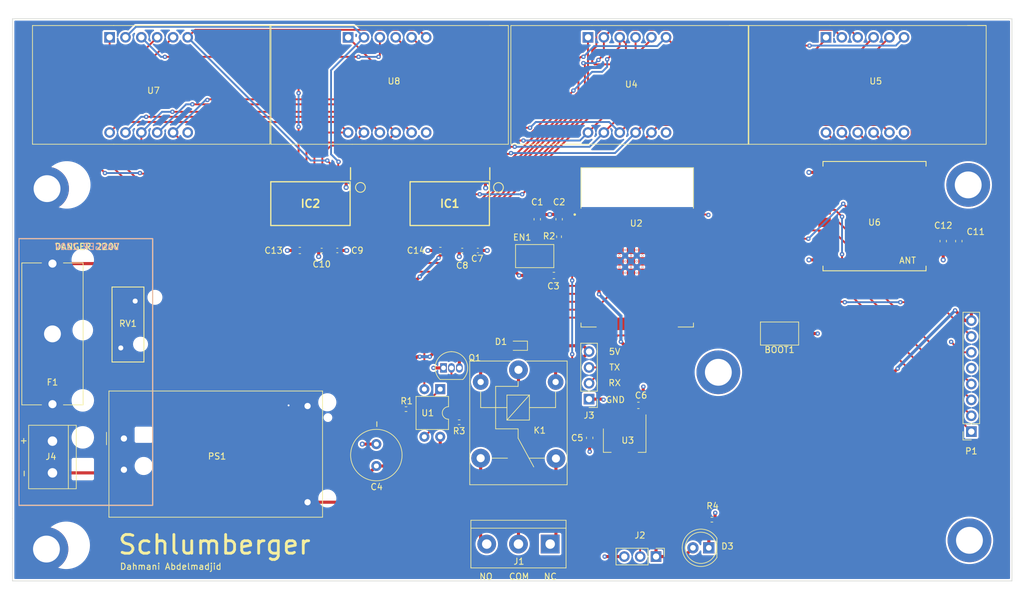
<source format=kicad_pcb>
(kicad_pcb (version 20211014) (generator pcbnew)
  (layers (0 "F.Cu" signal) (31 "B.Cu" power) (34 "B.Paste" user) (35 "F.Paste" user) (36 "B.SilkS" user "B.Silkscreen") (37 "F.SilkS" user "F.Silkscreen") (38 "B.Mask" user) (39 "F.Mask" user) (44 "Edge.Cuts" user))
  (net 0 "")
  (net 1 "GND")
  (net 2 "+3.3V")
  (net 3 "Net-(C3-Pad1)")
  (net 4 "+5V")
  (net 5 "/CLK_1")
  (net 6 "/DIO_1")
  (net 7 "/CLK_2")
  (net 8 "/DIO_2")
  (net 9 "Net-(D1-Pad2)")
  (net 10 "/Electrovalve_Pin")
  (net 11 "/PWR_LED_C")
  (net 12 "Net-(F1-Pad1)")
  (net 13 "Net-(F1-Pad2)")
  (net 14 "/SEG1_1")
  (net 15 "/SEG2_1")
  (net 16 "/SEG3_1")
  (net 17 "/SEG4_1")
  (net 18 "/SEG5_1")
  (net 19 "/SEG6_1")
  (net 20 "/SEG7_1")
  (net 21 "/SEG8_1")
  (net 22 "Net-(IC1-Pad11)")
  (net 23 "Net-(IC1-Pad13)")
  (net 24 "Net-(IC1-Pad14)")
  (net 25 "Net-(IC1-Pad15)")
  (net 28 "/SEG1_2")
  (net 29 "/SEG2_2")
  (net 30 "/SEG3_2")
  (net 31 "/SEG4_2")
  (net 32 "/SEG5_2")
  (net 33 "/SEG6_2")
  (net 34 "/SEG7_2")
  (net 35 "/SEG8_2")
  (net 36 "Net-(IC2-Pad11)")
  (net 37 "Net-(IC2-Pad13)")
  (net 38 "Net-(IC2-Pad14)")
  (net 39 "Net-(IC2-Pad15)")
  (net 42 "Net-(J1-Pad1)")
  (net 43 "Net-(J1-Pad2)")
  (net 44 "Net-(J1-Pad3)")
  (net 45 "/FlowRate_PWM")
  (net 46 "/RX0")
  (net 47 "/TX0")
  (net 48 "Net-(J4-Pad1)")
  (net 49 "/RFID_CS")
  (net 50 "/SCK")
  (net 51 "/MOSI")
  (net 52 "/MISO")
  (net 54 "/RFID_RST")
  (net 55 "Net-(PS1-Pad1)")
  (net 56 "Net-(Q1-Pad2)")
  (net 57 "Net-(R1-Pad1)")
  (net 58 "Net-(R3-Pad1)")
  (net 70 "/RA_RST")
  (net 72 "/RA_CS")
  (net 80 "/BOOT0")
  (net 85 "Net-(U4-Pad11)")
  (net 86 "Net-(U4-Pad9)")
  (net 87 "Net-(U7-Pad9)")
  (net 88 "Net-(U7-Pad11)")
  (footprint "Capacitor_SMD:C_0603_1608Metric" (layer "F.Cu") (at 144.51 69.6 90)
    (fp_text reference "C2")
    (fp_text value "0.1u")
  )
  (footprint "Capacitor_SMD:C_0603_1608Metric" (layer "F.Cu") (at 141.01 69.6 90)
    (fp_text reference "C1")
    (fp_text value "22u")
  )
  (footprint "7 segments:3 digit 7 segment" (layer "F.Cu") (at 80.52 38.59)
    (fp_text reference "U7")
    (fp_text value "3_digit_7_segment")
  )
  (footprint "Capacitor_SMD:C_0402_1005Metric" (layer "F.Cu") (at 109 74.6)
    (fp_text reference "C9")
    (fp_text value "100pf")
  )
  (footprint "Capacitor_SMD:C_0603_1608Metric" (layer "F.Cu") (at 149.4 104.6 -90)
    (fp_text reference "C5")
    (fp_text value "22u")
  )
  (footprint "Diode_SMD:D_0603_1608Metric" (layer "F.Cu") (at 137.95 89.85 180)
    (fp_text reference "D1")
    (fp_text value "D")
  )
  (footprint "Button_Switch_SMD:SW_SPST_CK_RS282G05A3" (layer "F.Cu") (at 179.8 87.9 180)
    (fp_text reference "BOOT1")
    (fp_text value "SW_Push")
  )
  (footprint "Capacitor_THT:C_Radial_D8.0mm_H11.5mm_P3.50mm" (layer "F.Cu") (at 115.25 109.1 90)
    (fp_text reference "C4")
    (fp_text value "220u")
  )
  (footprint "Resistor_SMD:R_0402_1005Metric" (layer "F.Cu") (at 168.965 117.7)
    (fp_text reference "R4")
    (fp_text value "1k")
  )
  (footprint "Capacitor_SMD:C_0603_1608Metric" (layer "F.Cu") (at 143.675 78.6 180)
    (fp_text reference "C3")
    (fp_text value "0.1u")
  )
  (footprint "MountingHole:MountingHole_4.3mm_M4_ISO14580_Pad" (layer "F.Cu") (at 62.4375 122.4)
    (fp_text reference "H4" hide)
    (fp_text value "MountingHole_Pad")
  )
  (footprint "Capacitor_SMD:C_0402_1005Metric" (layer "F.Cu") (at 106.5 74.6 180)
    (fp_text reference "C10")
    (fp_text value "100pf")
  )
  (footprint "Resistor_SMD:R_0402_1005Metric" (layer "F.Cu") (at 144.5 72.4 -90)
    (fp_text reference "R2")
    (fp_text value "10K")
  )
  (footprint "Connector_PinSocket_2.54mm:PinSocket_1x08_P2.54mm_Vertical" (layer "F.Cu") (at 210.5 103.6 180)
    (fp_text reference "P1")
    (fp_text value "RFID-RC522-MODULE")
  )
  (footprint "Capacitor_SMD:C_0402_1005Metric" (layer "F.Cu") (at 129 74.6 180)
    (fp_text reference "C8")
    (fp_text value "100pf")
  )
  (footprint "Capacitor_SMD:C_0402_1005Metric" (layer "F.Cu") (at 131.5 74.6)
    (fp_text reference "C7")
    (fp_text value "100pf")
  )
  (footprint "KiCad:SOIC127P1045X280-20N" (layer "F.Cu") (at 104.7 67.1 -90)
    (fp_text reference "IC2")
    (fp_text value "TM1637__SOP_1" hide)
  )
  (footprint "Capacitor_SMD:C_0603_1608Metric" (layer "F.Cu") (at 206 73.1 -90)
    (fp_text reference "C12")
    (fp_text value "0.1u")
  )
  (footprint "Capacitor_SMD:C_0603_1608Metric" (layer "F.Cu") (at 157.2 99.4)
    (fp_text reference "C6")
    (fp_text value "22u")
  )
  (footprint "MountingHole:MountingHole_4.3mm_M4_ISO14580_Pad" (layer "F.Cu") (at 170 94.1)
    (fp_text reference "H1" hide)
    (fp_text value "MountingHole_Pad")
  )
  (footprint "7 segments:3 digit 7 segment" (layer "F.Cu") (at 195.2 38.595)
    (fp_text reference "U5")
    (fp_text value "3_digit_7_segment")
  )
  (footprint "Capacitor_SMD:C_0603_1608Metric" (layer "F.Cu") (at 103 74.6 180)
    (fp_text reference "C13")
    (fp_text value "22u")
  )
  (footprint "LED_THT:LED_D5.0mm" (layer "F.Cu") (at 168.475 122.2 180)
    (fp_text reference "D3")
    (fp_text value "RED")
  )
  (footprint "Converter_ACDC:Converter_ACDC_HiLink_HLK-PMxx" (layer "F.Cu") (at 74.8375 104.7)
    (fp_text reference "PS1")
    (fp_text value "HLK-PM01")
  )
  (footprint "Package_TO_SOT_THT:TO-92_Inline" (layer "F.Cu") (at 126 93.4)
    (fp_text reference "Q1")
    (fp_text value "2N3904")
  )
  (footprint "TerminalBlock:TerminalBlock_bornier-2_P5.08mm" (layer "F.Cu") (at 63.4 110.2 90)
    (fp_text reference "J4")
    (fp_text value "Screw_Terminal_01x02")
  )
  (footprint "Button_Switch_SMD:SW_SPST_CK_RS282G05A3" (layer "F.Cu") (at 140.6 75.5)
    (fp_text reference "EN1")
    (fp_text value "SW_Push")
  )
  (footprint "MountingHole:MountingHole_4.3mm_M4_ISO14580_Pad" (layer "F.Cu") (at 210 64.1)
    (fp_text reference "H2" hide)
    (fp_text value "MountingHole_Pad")
  )
  (footprint "Connector_PinHeader_2.54mm:PinHeader_1x03_P2.54mm_Vertical" (layer "F.Cu") (at 160.025 123.6 -90)
    (fp_text reference "J2")
    (fp_text value "Conn_01x03_Male")
  )
  (footprint "7 segments:3 digit 7 segment" (layer "F.Cu") (at 118.7 38.595)
    (fp_text reference "U8")
    (fp_text value "3_digit_7_segment")
  )
  (footprint "KiCad:SOIC127P1045X280-20N" (layer "F.Cu") (at 127 67.1 -90)
    (fp_text reference "IC1")
    (fp_text value "TM1637__SOP_1" hide)
  )
  (footprint "Package_DIP:DIP-4_W7.62mm" (layer "F.Cu") (at 125.475 96.8 -90)
    (fp_text reference "U1")
    (fp_text value "Optocoupler")
  )
  (footprint "Resistor_SMD:R_0402_1005Metric" (layer "F.Cu") (at 128.51 102.1)
    (fp_text reference "R3")
    (fp_text value "1K")
  )
  (footprint "7 segments:3 digit 7 segment" (layer "F.Cu") (at 157.1 38.595)
    (fp_text reference "U4")
    (fp_text value "3_digit_7_segment")
  )
  (footprint "TerminalBlock:TerminalBlock_bornier-3_P5.08mm" (layer "F.Cu") (at 143.08 121.6 180)
    (fp_text reference "J1")
    (fp_text value "Screw_Terminal_01x03")
  )
  (footprint "RF_Module:Ai-Thinker-Ra-01-LoRa" (layer "F.Cu") (at 195 69.1 180)
    (fp_text reference "U6")
    (fp_text value "Ai-Thinker-Ra-02")
  )
  (footprint "Resistor_SMD:R_0402_1005Metric" (layer "F.Cu") (at 120 100 180)
    (fp_text reference "R1")
    (fp_text value "1K")
  )
  (footprint "Package_TO_SOT_SMD:SOT-223-3_TabPin2" (layer "F.Cu") (at 155 105 -90)
    (fp_text reference "U3")
    (fp_text value "AMS1117-3.3")
  )
  (footprint "MountingHole:MountingHole_4.3mm_M4_ISO14580_Pad" (layer "F.Cu") (at 62.5325 64.7)
    (fp_text reference "H5" hide)
    (fp_text value "MountingHole_Pad")
  )
  (footprint "MountingHole:MountingHole_4.3mm_M4_ISO14580_Pad" (layer "F.Cu") (at 210.2 121)
    (fp_text reference "H3" hide)
    (fp_text value "MountingHole_Pad")
  )
  (footprint "Varistor:RV_Disc_D12mm_W5.1mm_P7.5mm" (layer "F.Cu") (at 74.3375 90.2 90)
    (fp_text reference "RV1")
    (fp_text value "Varistor")
  )
  (footprint "Capacitor_SMD:C_0603_1608Metric" (layer "F.Cu") (at 125.5 74.6 180)
    (fp_text reference "C14")
    (fp_text value "22u")
  )
  (footprint "Connector_PinHeader_2.54mm:PinHeader_1x04_P2.54mm_Vertical" (layer "F.Cu") (at 149.3 98.4 180)
    (fp_text reference "J3")
    (fp_text value "UART0_CONN")
  )
  (footprint "Relay_THT:Relay_SPDT_SANYOU_SRD_Series_Form_C" (layer "F.Cu") (at 138 93.7 -90)
    (fp_text reference "K1")
    (fp_text value "SANYOU_SRD_Form_C")
  )
  (footprint "Capacitor_SMD:C_0603_1608Metric" (layer "F.Cu") (at 208.5 73.1 -90)
    (fp_text reference "C11")
    (fp_text value "22u")
  )
  (footprint "ESP32-WROOM-32:MODULE_ESP32-WROOM-32" (layer "F.Cu") (at 157.01 74.1)
    (fp_text reference "U2")
    (fp_text value "ESP32-WROOM-32")
  )
  (footprint "Fuse:Fuseholder_Cylinder-5x20mm_Schurter_0031_8201_Horizontal_Open" (layer "F.Cu") (at 63.4 99.2 90)
    (fp_text reference "F1")
    (fp_text value "Fuse")
  )
  (gr_rect (start 58.0375 72.7) (end 79.4375 115.4) (layer "B.SilkS") (width 0.15) (fill none))
  (gr_circle (center 112.7 64.5) (end 113.2 65.1) (layer "F.SilkS") (width 0.15) (fill none))
  (gr_circle (center 134.8 64.518976) (end 135.3 65.118976) (layer "F.SilkS") (width 0.15) (fill none))
  (gr_rect (start 58.0375 72.7) (end 79.4375 115.4) (layer "F.SilkS") (width 0.15) (fill none))
  (gr_rect (start 58.0375 72.7) (end 79.4375 115.4) (layer "F.SilkS") (width 0.15) (fill none))
  (gr_line (start 217 117.5) (end 217 127.5) (layer "Edge.Cuts") (width 0.1))
  (gr_line (start 217 37.5) (end 217 117.5) (layer "Edge.Cuts") (width 0.1))
  (gr_line (start 57 37.5) (end 57 117.5) (layer "Edge.Cuts") (width 0.1))
  (gr_line (start 217 37.5) (end 57 37.5) (layer "Edge.Cuts") (width 0.1))
  (gr_line (start 57 127.5) (end 57 117.5) (layer "Edge.Cuts") (width 0.1))
  (gr_line (start 217 127.5) (end 57 127.5) (layer "Edge.Cuts") (width 0.1))
  (gr_text "DANGER 220V" (at 68.9375 74) (layer "B.SilkS") (effects (font (size 1 1)) (justify mirror)))
  (gr_text "NO\n" (at 132.8 126.8) (layer "F.SilkS") (effects (font (size 1 1))))
  (gr_text "Dahmani Abdelmadjid" (at 82.3375 125.2) (layer "F.SilkS") (effects (font (size 1 1))))
  (gr_text "-\n" (at 58.8 110.3 90) (layer "F.SilkS") (effects (font (size 1 1))))
  (gr_text "DANGER 220V" (at 68.9375 74) (layer "F.SilkS") (effects (font (size 1 1))))
  (gr_text "NC\n" (at 143.1 126.8) (layer "F.SilkS") (effects (font (size 1 1))))
  (gr_text "ANT\n" (at 200.3 76.2) (layer "F.SilkS") (effects (font (size 1 1))))
  (gr_text "COM" (at 138.1 126.8) (layer "F.SilkS") (effects (font (size 1 1))))
  (gr_text "Schlumberger" (at 89.3375 121.7) (layer "F.SilkS") (effects (font (size 3 3) (thickness 0.45))))
  (gr_text "5V" (at 153.4 90.8) (layer "F.SilkS") (effects (font (size 1 1))))
  (gr_text "RX" (at 153.4 95.8) (layer "F.SilkS") (effects (font (size 1 1))))
  (gr_text "-\n" (at 115.4 102.4 270) (layer "F.SilkS") (effects (font (size 1 1))))
  (gr_text "+" (at 58.8 105) (layer "F.SilkS") (effects (font (size 1 1))))
  (gr_text "DANGER 220V" (at 68.9375 74) (layer "F.SilkS") (effects (font (size 1 1))))
  (gr_text "TX" (at 153.4 93.3) (layer "F.SilkS") (effects (font (size 1 1))))
  (gr_text "GND" (at 153.5 98.5) (layer "F.SilkS") (effects (font (size 1 1))))
  (segment (start 101.3 99.5) (end 101.2 99.4) (width 0.5) (layer "F.Cu") (net 1))
  (segment (start 136.7 77.2) (end 138.1 78.6) (width 0.5) (layer "F.Cu") (net 1))
  (segment (start 169.475 117.7) (end 169.475 116.625) (width 0.5) (layer "F.Cu") (net 1))
  (segment (start 157.975 96.425) (end 158 96.4) (width 0.5) (layer "F.Cu") (net 1))
  (segment (start 143.01 68.85) (end 141.035 68.85) (width 0.5) (layer "F.Cu") (net 1))
  (segment (start 143.035 68.825) (end 143.01 68.85) (width 0.5) (layer "F.Cu") (net 1))
  (segment (start 208.934 90.9) (end 207.264 89.23) (width 0.3) (layer "F.Cu") (net 1))
  (segment (start 165.51 68.84) (end 168.332 68.84) (width 0.3) (layer "F.Cu") (net 1))
  (segment (start 131.98 74.6) (end 133 74.6) (width 0.5) (layer "F.Cu") (net 1))
  (segment (start 149.3 98.4) (end 151.532 98.4) (width 0.5) (layer "F.Cu") (net 1))
  (segment (start 106.02 74.6) (end 106.02 75.58) (width 0.5) (layer "F.Cu") (net 1))
  (segment (start 102.225 74.6) (end 101 74.6) (width 0.5) (layer "F.Cu") (net 1))
  (segment (start 168.332 68.84) (end 168.402 68.91) (width 0.3) (layer "F.Cu") (net 1))
  (segment (start 206 73.875) (end 203.225 73.875) (width 0.5) (layer "F.Cu") (net 1))
  (segment (start 104.2375 99.5) (end 101.3 99.5) (width 0.5) (layer "F.Cu") (net 1))
  (segment (start 132.715 64.565) (end 132.75 64.6) (width 0.5) (layer "F.Cu") (net 1))
  (segment (start 128.5 75.6) (end 128.52 75.58) (width 0.5) (layer "F.Cu") (net 1))
  (segment (start 124.725 74.6) (end 123.5 74.6) (width 0.5) (layer "F.Cu") (net 1))
  (segment (start 128.52 74.6) (end 128.52 75.58) (width 0.5) (layer "F.Cu") (net 1))
  (segment (start 110.5 64.6) (end 110.415 64.515) (width 0.5) (layer "F.Cu") (net 1))
  (segment (start 157.975 101.175) (end 157.3 101.85) (width 0.5) (layer "F.Cu") (net 1))
  (segment (start 136.7 75.5) (end 136.7 77.2) (width 0.5) (layer "F.Cu") (net 1))
  (segment (start 148.51 68.84) (end 144.525 68.84) (width 0.5) (layer "F.Cu") (net 1))
  (segment (start 183.7 87.9) (end 185.9 87.9) (width 0.5) (layer "F.Cu") (net 1))
  (segment (start 115.25 105.6) (end 113 105.6) (width 0.5) (layer "F.Cu") (net 1))
  (segment (start 126 93.4) (end 124.4 93.4) (width 0.5) (layer "F.Cu") (net 1))
  (segment (start 144.51 68.825) (end 143.035 68.825) (width 0.5) (layer "F.Cu") (net 1))
  (segment (start 206 73.875) (end 206 76.1) (width 0.5) (layer "F.Cu") (net 1))
  (segment (start 157.975 99.4) (end 157.975 101.175) (width 0.5) (layer "F.Cu") (net 1))
  (segment (start 157.975 99.4) (end 157.975 96.425) (width 0.5) (layer "F.Cu") (net 1))
  (segment (start 110.415 62.3) (end 110.415 64.515) (width 0.5) (layer "F.Cu") (net 1))
  (segment (start 169.475 116.625) (end 169.5 116.6) (width 0.5) (layer "F.Cu") (net 1))
  (segment (start 187 76.1) (end 184.5 76.1) (width 0.5) (layer "F.Cu") (net 1))
  (segment (start 210.5 90.9) (end 208.934 90.9) (width 0.3) (layer "F.Cu") (net 1))
  (segment (start 144.525 68.84) (end 144.51 68.825) (width 0.5) (layer "F.Cu") (net 1))
  (segment (start 109.48 74.6) (end 110.5 74.6) (width 0.5) (layer "F.Cu") (net 1))
  (segment (start 151.532 98.4) (end 151.616 98.484) (width 0.5) (layer "F.Cu") (net 1))
  (segment (start 151.6 98.5) (end 151.616 98.484) (width 0.5) (layer "F.Cu") (net 1))
  (segment (start 154.945 123.6) (end 151.8 123.6) (width 0.5) (layer "F.Cu") (net 1))
  (segment (start 141.035 68.85) (end 141.01 68.825) (width 0.5) (layer "F.Cu") (net 1))
  (segment (start 203.225 73.875) (end 203 74.1) (width 0.5) (layer "F.Cu") (net 1))
  (segment (start 206 73.875) (end 208.5 73.875) (width 0.5) (layer "F.Cu") (net 1))
  (segment (start 106 75.6) (end 106.02 75.58) (width 0.5) (layer "F.Cu") (net 1))
  (segment (start 132.715 62.3) (end 132.715 64.565) (width 0.5) (layer "F.Cu") (net 1))
  (segment (start 187 62.1) (end 184.5 62.1) (width 0.5) (layer "F.Cu") (net 1))
  (segment (start 149.4 105.375) (end 149.4 106.8) (width 0.5) (layer "F.Cu") (net 1))
  (segment (start 142.9 78.6) (end 138.1 78.6) (width 0.5) (layer "F.Cu") (net 1))
  (via (at 206 76.1) (size 0.8) (drill 0.4) (layers "F.Cu" "B.Cu") (net 1))
  (via (at 138.1 78.6) (size 0.7) (drill 0.3) (layers "F.Cu" "B.Cu") (net 1))
  (via (at 128.52 75.58) (size 0.8) (drill 0.4) (layers "F.Cu" "B.Cu") (net 1))
  (via (at 158 96.4) (size 0.7) (drill 0.3) (layers "F.Cu" "B.Cu") (net 1))
  (via (at 101.2 99.4) (size 0.7) (drill 0.3) (layers "F.Cu" "B.Cu") (net 1))
  (via (at 124.4 93.4) (size 0.7) (drill 0.3) (layers "F.Cu" "B.Cu") (net 1))
  (via (at 123.5 74.6) (size 0.8) (drill 0.4) (layers "F.Cu" "B.Cu") (net 1))
  (via (at 133 74.6) (size 0.8) (drill 0.4) (layers "F.Cu" "B.Cu") (net 1))
  (via (at 151.616 98.484) (size 0.7) (drill 0.3) (layers "F.Cu" "B.Cu") (net 1))
  (via (at 185.9 87.9) (size 0.7) (drill 0.3) (layers "F.Cu" "B.Cu") (net 1))
  (via (at 168.402 68.91) (size 0.7) (drill 0.3) (layers "F.Cu" "B.Cu") (net 1))
  (via (at 184.5 76.1) (size 0.8) (drill 0.4) (layers "F.Cu" "B.Cu") (net 1))
  (via (at 149.4 106.8) (size 0.7) (drill 0.3) (layers "F.Cu" "B.Cu") (net 1))
  (via (at 184.5 62.1) (size 0.8) (drill 0.4) (layers "F.Cu" "B.Cu") (net 1))
  (via (at 143.01 68.85) (size 0.8) (drill 0.4) (layers "F.Cu" "B.Cu") (net 1))
  (via (at 106.02 75.58) (size 0.8) (drill 0.4) (layers "F.Cu" "B.Cu") (net 1))
  (via (at 101 74.6) (size 0.8) (drill 0.4) (layers "F.Cu" "B.Cu") (net 1))
  (via (at 110.415 64.515) (size 0.8) (drill 0.4) (layers "F.Cu" "B.Cu") (net 1))
  (via (at 110.5 74.6) (size 0.8) (drill 0.4) (layers "F.Cu" "B.Cu") (net 1))
  (via (at 151.8 123.6) (size 0.7) (drill 0.3) (layers "F.Cu" "B.Cu") (net 1))
  (via (at 113 105.6) (size 0.8) (drill 0.4) (layers "F.Cu" "B.Cu") (net 1))
  (via (at 132.75 64.6) (size 0.8) (drill 0.4) (layers "F.Cu" "B.Cu") (net 1))
  (via (at 207.264 89.23) (size 0.7) (drill 0.3) (layers "F.Cu" "B.Cu") (net 1))
  (via (at 169.5 116.6) (size 0.7) (drill 0.3) (layers "F.Cu" "B.Cu") (net 1))
  (segment (start 148.51 70.11) (end 149.59 70.11) (width 0.5) (layer "F.Cu") (net 2))
  (segment (start 198.7 93.5) (end 189.7 102.5) (width 0.5) (layer "F.Cu") (net 2))
  (segment (start 206 72.325) (end 208.5 72.325) (width 0.5) (layer "F.Cu") (net 2))
  (segment (start 164.535 123.6) (end 165.935 122.2) (width 0.5) (layer "F.Cu") (net 2))
  (segment (start 144.51 70.375) (end 148.245 70.375) (width 0.5) (layer "F.Cu") (net 2))
  (segment (start 156.7 108.15) (end 160.025 104.825) (width 0.5) (layer "F.Cu") (net 2))
  (segment (start 206 72.325) (end 203.225 72.325) (width 0.5) (layer "F.Cu") (net 2))
  (segment (start 149.59 70.11) (end 150.9 71.42) (width 0.5) (layer "F.Cu") (net 2))
  (segment (start 210.5 73.7) (end 209.125 72.325) (width 0.5) (layer "F.Cu") (net 2))
  (segment (start 150.9 71.8) (end 150.9 81.6) (width 0.5) (layer "F.Cu") (net 2))
  (segment (start 148.245 70.375) (end 148.51 70.11) (width 0.5) (layer "F.Cu") (net 2))
  (segment (start 144.51 70.375) (end 144.51 71.88) (width 0.5) (layer "F.Cu") (net 2))
  (segment (start 203.225 72.325) (end 203 72.1) (width 0.5) (layer "F.Cu") (net 2))
  (segment (start 155 108.15) (end 156.7 108.15) (width 0.5) (layer "F.Cu") (net 2))
  (segment (start 209.52 85.82) (end 207.9 84.2) (width 0.5) (layer "F.Cu") (net 2))
  (segment (start 150.9 71.42) (end 150.9 71.8) (width 0.5) (layer "F.Cu") (net 2))
  (segment (start 160.025 104.825) (end 160.025 123.6) (width 0.5) (layer "F.Cu") (net 2))
  (segment (start 167.7 102.5) (end 160.025 94.825) (width 0.5) (layer "F.Cu") (net 2))
  (segment (start 154.4 89.2) (end 160.025 94.825) (width 0.5) (layer "F.Cu") (net 2))
  (segment (start 210.5 85.82) (end 210.5 73.7) (width 0.5) (layer "F.Cu") (net 2))
  (segment (start 155 100.825) (end 155 101.85) (width 0.5) (layer "F.Cu") (net 2))
  (segment (start 156.425 99.4) (end 155 100.825) (width 0.5) (layer "F.Cu") (net 2))
  (segment (start 160.025 123.6) (end 164.535 123.6) (width 0.5) (layer "F.Cu") (net 2))
  (segment (start 209.125 72.325) (end 208.5 72.325) (width 0.5) (layer "F.Cu") (net 2))
  (segment (start 160.025 94.825) (end 160.025 104.825) (width 0.5) (layer "F.Cu") (net 2))
  (segment (start 210.5 85.82) (end 209.52 85.82) (width 0.5) (layer "F.Cu") (net 2))
  (segment (start 144.51 70.375) (end 141.01 70.375) (width 0.5) (layer "F.Cu") (net 2))
  (segment (start 189.7 102.5) (end 167.7 102.5) (width 0.5) (layer "F.Cu") (net 2))
  (segment (start 144.51 71.88) (end 144.5 71.89) (width 0.5) (layer "F.Cu") (net 2))
  (via (at 207.9 84.2) (size 0.7) (drill 0.3) (layers "F.Cu" "B.Cu") (net 2))
  (via (at 198.7 93.5) (size 0.7) (drill 0.3) (layers "F.Cu" "B.Cu") (net 2))
  (via (at 150.9 81.6) (size 0.7) (drill 0.3) (layers "F.Cu" "B.Cu") (net 2))
  (via (at 154.4 89.2) (size 0.7) (drill 0.3) (layers "F.Cu" "B.Cu") (net 2))
  (segment (start 198.7 93.4) (end 198.7 93.5) (width 0.5) (layer "B.Cu") (net 2))
  (segment (start 154.4 85.1) (end 154.4 89.2) (width 0.5) (layer "B.Cu") (net 2))
  (segment (start 150.9 81.6) (end 154.4 85.1) (width 0.5) (layer "B.Cu") (net 2))
  (segment (start 207.9 84.2) (end 198.7 93.4) (width 0.5) (layer "B.Cu") (net 2))
  (segment (start 144.5 78.55) (end 144.45 78.6) (width 0.3) (layer "F.Cu") (net 3))
  (segment (start 144.5 75.5) (end 144.5 78.55) (width 0.3) (layer "F.Cu") (net 3))
  (segment (start 148.51 71.38) (end 146.92 71.38) (width 0.3) (layer "F.Cu") (net 3))
  (segment (start 146.92 71.38) (end 145.39 72.91) (width 0.3) (layer "F.Cu") (net 3))
  (segment (start 144.5 72.91) (end 144.5 75.5) (width 0.3) (layer "F.Cu") (net 3))
  (segment (start 145.39 72.91) (end 144.5 72.91) (width 0.3) (layer "F.Cu") (net 3))
  (segment (start 105.335 73.04) (end 105.335 71.9) (width 0.5) (layer "F.Cu") (net 4))
  (segment (start 147.607501 99.592499) (end 149.865002 101.85) (width 0.5) (layer "F.Cu") (net 4))
  (segment (start 118.3 108.3) (end 117.5 109.1) (width 0.5) (layer "F.Cu") (net 4))
  (segment (start 126.275 74.6) (end 127.635 73.24) (width 0.5) (layer "F.Cu") (net 4))
  (segment (start 104.2375 114.9) (end 109.45 114.9) (width 0.5) (layer "F.Cu") (net 4))
  (segment (start 121.8 91.6) (end 122.2 91.6) (width 0.5) (layer "F.Cu") (net 4))
  (segment (start 120.7 81.1) (end 120.7 80.3) (width 0.5) (layer "F.Cu") (net 4))
  (segment (start 127.635 73.24) (end 127.635 71.9) (width 0.5) (layer "F.Cu") (net 4))
  (segment (start 147.435003 92.644997) (end 147.435003 99.420001) (width 0.5) (layer "F.Cu") (net 4))
  (segment (start 115.25 109.1) (end 117.5 109.1) (width 0.5) (layer "F.Cu") (net 4))
  (segment (start 120.7 81.1) (end 118.6 79) (width 0.5) (layer "F.Cu") (net 4))
  (segment (start 118.3 95) (end 118.4 95) (width 0.5) (layer "F.Cu") (net 4))
  (segment (start 119.465 99.975) (end 119.49 100) (width 0.5) (layer "F.Cu") (net 4))
  (segment (start 118.3 100.1) (end 118.3 108.3) (width 0.5) (layer "F.Cu") (net 4))
  (segment (start 149.3 90.78) (end 147.435003 92.644997) (width 0.5) (layer "F.Cu") (net 4))
  (segment (start 123.8 91.6) (end 127.8625 87.5375) (width 0.5) (layer "F.Cu") (net 4))
  (segment (start 118.4 95) (end 120.7 92.7) (width 0.5) (layer "F.Cu") (net 4))
  (segment (start 127.8625 87.5375) (end 138.7375 87.5375) (width 0.5) (layer "F.Cu") (net 4))
  (segment (start 122 109.1) (end 125.475 105.625) (width 0.5) (layer "F.Cu") (net 4))
  (segment (start 149.4 101.384998) (end 149.4 103.825) (width 0.5) (layer "F.Cu") (net 4))
  (segment (start 103.775 74.6) (end 105.335 73.04) (width 0.5) (layer "F.Cu") (net 4))
  (segment (start 143.25 89.85) (end 138.7375 89.85) (width 0.5) (layer "F.Cu") (net 4))
  (segment (start 147.607501 99.592499) (end 149.4 101.384998) (width 0.5) (layer "F.Cu") (net 4))
  (segment (start 118.6 79) (end 106.6 79) (width 0.5) (layer "F.Cu") (net 4))
  (segment (start 103.775 76.175) (end 103.775 74.6) (width 0.5) (layer "F.Cu") (net 4))
  (segment (start 143.95 90.55) (end 143.25 89.85) (width 0.5) (layer "F.Cu") (net 4))
  (segment (start 118.3 95) (end 118.3 100.1) (width 0.5) (layer "F.Cu") (net 4))
  (segment (start 119.49 100) (end 118.4 100) (width 0.3) (layer "F.Cu") (net 4))
  (segment (start 106.6 79) (end 103.775 76.175) (width 0.5) (layer "F.Cu") (net 4))
  (segment (start 143.25 89.85) (end 148.37 89.85) (width 0.5) (layer "F.Cu") (net 4))
  (segment (start 143.95 95.65) (end 143.95 90.55) (width 0.5) (layer "F.Cu") (net 4))
  (segment (start 125.475 105.625) (end 125.475 104.42) (width 0.5) (layer "F.Cu") (net 4))
  (segment (start 120.7 80.3) (end 122.2 78.8) (width 0.5) (layer "F.Cu") (net 4))
  (segment (start 120.7 92.7) (end 121.8 91.6) (width 0.5) (layer "F.Cu") (net 4))
  (segment (start 125.2 75.8) (end 125.2 75.675) (width 0.5) (layer "F.Cu") (net 4))
  (segment (start 147.435003 99.420001) (end 147.607501 99.592499) (width 0.5) (layer "F.Cu") (net 4))
  (segment (start 117.5 109.1) (end 122 109.1) (width 0.5) (layer "F.Cu") (net 4))
  (segment (start 120.7 92.7) (end 120.7 81.1) (width 0.5) (layer "F.Cu") (net 4))
  (segment (start 149.865002 101.85) (end 152.7 101.85) (width 0.5) (layer "F.Cu") (net 4))
  (segment (start 118.3 96.075) (end 118.3 95) (width 0.3) (layer "F.Cu") (net 4))
  (segment (start 118.4 100) (end 118.3 100.1) (width 0.3) (layer "F.Cu") (net 4))
  (segment (start 138.7375 89.85) (end 138.7375 87.5375) (width 0.5) (layer "F.Cu") (net 4))
  (segment (start 125.2 75.675) (end 126.275 74.6) (width 0.5) (layer "F.Cu") (net 4))
  (segment (start 148.37 89.85) (end 149.3 90.78) (width 0.5) (layer "F.Cu") (net 4))
  (segment (start 109.45 114.9) (end 115.25 109.1) (width 0.5) (layer "F.Cu") (net 4))
  (via (at 122.2 91.6) (size 0.7) (drill 0.3) (layers "F.Cu" "B.Cu") (net 4))
  (via (at 123.8 91.6) (size 0.7) (drill 0.3) (layers "F.Cu" "B.Cu") (net 4))
  (via (at 122.2 78.8) (size 0.7) (drill 0.3) (layers "F.Cu" "B.Cu") (net 4))
  (via (at 125.2 75.8) (size 0.7) (drill 0.3) (layers "F.Cu" "B.Cu") (net 4))
  (segment (start 122.2 78.8) (end 125.2 75.8) (width 0.5) (layer "B.Cu") (net 4))
  (segment (start 122.2 91.6) (end 123.8 91.6) (width 0.5) (layer "B.Cu") (net 4))
  (segment (start 148.51 80.27) (end 148.54 80.27) (width 0.3) (layer "F.Cu") (net 5))
  (segment (start 130.175 73.755) (end 130.175 71.9) (width 0.3) (layer "F.Cu") (net 5))
  (segment (start 131.02 74.6) (end 131.02 74.642965) (width 0.3) (layer "F.Cu") (net 5))
  (segment (start 131.02 74.6) (end 130.175 73.755) (width 0.3) (layer "F.Cu") (net 5))
  (segment (start 136.647035 80.27) (end 148.51 80.27) (width 0.3) (layer "F.Cu") (net 5))
  (segment (start 148.54 80.27) (end 148.61 80.2) (width 0.3) (layer "F.Cu") (net 5))
  (segment (start 131.02 74.642965) (end 136.647035 80.27) (width 0.3) (layer "F.Cu") (net 5))
  (segment (start 128.905 71.9) (end 128.905 73.15) (width 0.3) (layer "F.Cu") (net 6))
  (segment (start 129.48 73.725) (end 129.48 74.6) (width 0.3) (layer "F.Cu") (net 6))
  (segment (start 128.905 73.15) (end 129.48 73.725) (width 0.3) (layer "F.Cu") (net 6))
  (segment (start 136.42 81.54) (end 148.51 81.54) (width 0.3) (layer "F.Cu") (net 6))
  (segment (start 136.42 81.54) (end 129.48 74.6) (width 0.3) (layer "F.Cu") (net 6))
  (segment (start 107.875 73.955) (end 107.875 71.9) (width 0.3) (layer "F.Cu") (net 7))
  (segment (start 108.52 74.92) (end 108.52 74.6) (width 0.3) (layer "F.Cu") (net 7))
  (segment (start 108.52 74.6) (end 107.875 73.955) (width 0.3) (layer "F.Cu") (net 7))
  (segment (start 135.61 82.81) (end 129.4 76.6) (width 0.3) (layer "F.Cu") (net 7))
  (segment (start 135.61 82.81) (end 148.51 82.81) (width 0.3) (layer "F.Cu") (net 7))
  (segment (start 110.2 76.6) (end 108.52 74.92) (width 0.3) (layer "F.Cu") (net 7))
  (segment (start 129.4 76.6) (end 110.2 76.6) (width 0.3) (layer "F.Cu") (net 7))
  (segment (start 106.605 71.9) (end 106.605 73.205) (width 0.3) (layer "F.Cu") (net 8))
  (segment (start 148.51 84.08) (end 148.51 84.1) (width 0.3) (layer "F.Cu") (net 8))
  (segment (start 106.605 73.205) (end 107 73.6) (width 0.3) (layer "F.Cu") (net 8))
  (segment (start 148.51 84.1) (end 148.41 84.2) (width 0.3) (layer "F.Cu") (net 8))
  (segment (start 110.4 78) (end 128.4 78) (width 0.3) (layer "F.Cu") (net 8))
  (segment (start 134.48 84.08) (end 148.51 84.08) (width 0.3) (layer "F.Cu") (net 8))
  (segment (start 106.98 74.6) (end 107 74.6) (width 0.3) (layer "F.Cu") (net 8))
  (segment (start 128.4 78) (end 134.48 84.08) (width 0.3) (layer "F.Cu") (net 8))
  (segment (start 107 74.6) (end 110.4 78) (width 0.3) (layer "F.Cu") (net 8))
  (segment (start 107 73.6) (end 107 74.58) (width 0.3) (layer "F.Cu") (net 8))
  (segment (start 107 74.58) (end 106.98 74.6) (width 0.3) (layer "F.Cu") (net 8))
  (segment (start 131.95 95.65) (end 131.95 90.05) (width 0.5) (layer "F.Cu") (net 9))
  (segment (start 137.1125 89.8) (end 137.1625 89.85) (width 0.5) (layer "F.Cu") (net 9))
  (segment (start 130.4 89.8) (end 132.2 89.8) (width 0.5) (layer "F.Cu") (net 9))
  (segment (start 132.2 89.8) (end 137.1125 89.8) (width 0.5) (layer "F.Cu") (net 9))
  (segment (start 128.54 93.4) (end 128.54 91.66) (width 0.5) (layer "F.Cu") (net 9))
  (segment (start 128.54 91.66) (end 130.4 89.8) (width 0.5) (layer "F.Cu") (net 9))
  (segment (start 131.95 90.05) (end 132.2 89.8) (width 0.5) (layer "F.Cu") (net 9))
  (segment (start 148.51 85.35) (end 148.46 85.35) (width 0.3) (layer "F.Cu") (net 10))
  (segment (start 122.935 87.465) (end 125.05 85.35) (width 0.3) (layer "F.Cu") (net 10))
  (segment (start 148.51 85.35) (end 125.05 85.35) (width 0.3) (layer "F.Cu") (net 10))
  (segment (start 148.46 85.35) (end 148.41 85.4) (width 0.3) (layer "F.Cu") (net 10))
  (segment (start 122.935 96.8) (end 122.935 87.465) (width 0.3) (layer "F.Cu") (net 10))
  (segment (start 168.475 122.2) (end 168.475 117.72) (width 0.5) (layer "F.Cu") (net 11))
  (segment (start 168.475 117.72) (end 168.455 117.7) (width 0.5) (layer "F.Cu") (net 11))
  (segment (start 63.4 99.2) (end 63.4 105.12) (width 0.5) (layer "F.Cu") (net 12))
  (segment (start 63.4 76.7) (end 70.6375 76.7) (width 0.5) (layer "F.Cu") (net 13))
  (segment (start 70.6375 76.7) (end 76.6375 82.7) (width 0.5) (layer "F.Cu") (net 13))
  (segment (start 148.63 44.6) (end 148.4 44.6) (width 0.3) (layer "F.Cu") (net 14))
  (segment (start 151.67 40.475) (end 152.87 39.275) (width 0.3) (layer "F.Cu") (net 14))
  (segment (start 131.445 62.3) (end 131.445 62.355) (width 0.5) (layer "F.Cu") (net 14))
  (segment (start 131.445 62.355) (end 131.4 62.4) (width 0.5) (layer "F.Cu") (net 14))
  (segment (start 148.63 49.122894) (end 148.63 44.6) (width 0.3) (layer "F.Cu") (net 14))
  (segment (start 188.57 39.275) (end 189.77 40.475) (width 0.3) (layer "F.Cu") (net 14))
  (segment (start 131.445 62.3) (end 131.445 60.755) (width 0.3) (layer "F.Cu") (net 14))
  (segment (start 131.6 60.6) (end 137.152894 60.6) (width 0.3) (layer "F.Cu") (net 14))
  (segment (start 131.445 60.755) (end 131.6 60.6) (width 0.3) (layer "F.Cu") (net 14))
  (segment (start 148.4 44.615) (end 148.4 44.6) (width 0.3) (layer "F.Cu") (net 14))
  (segment (start 152.87 39.275) (end 188.57 39.275) (width 0.3) (layer "F.Cu") (net 14))
  (segment (start 137.152894 60.6) (end 148.63 49.122894) (width 0.3) (layer "F.Cu") (net 14))
  (segment (start 150.8 44.1005) (end 151.67 43.2305) (width 0.3) (layer "F.Cu") (net 14))
  (segment (start 151.67 43.2305) (end 151.67 40.475) (width 0.3) (layer "F.Cu") (net 14))
  (via (at 148.4 44.6) (size 0.7) (drill 0.3) (layers "F.Cu" "B.Cu") (net 14))
  (via (at 150.8 44.1005) (size 0.7) (drill 0.3) (layers "F.Cu" "B.Cu") (net 14))
  (segment (start 150.3005 44.6) (end 150.8 44.1005) (width 0.3) (layer "B.Cu") (net 14))
  (segment (start 148.4 44.6) (end 150.3005 44.6) (width 0.3) (layer "B.Cu") (net 14))
  (segment (start 130.175 62.3) (end 130.175 60.225) (width 0.3) (layer "F.Cu") (net 15))
  (segment (start 137 59.8) (end 147.6 49.2) (width 0.3) (layer "F.Cu") (net 15))
  (segment (start 162.955 41.8) (end 161.63 40.475) (width 0.3) (layer "F.Cu") (net 15))
  (segment (start 184.6 41.8) (end 162.955 41.8) (width 0.3) (layer "F.Cu") (net 15))
  (segment (start 147.6 44) (end 148 43.6) (width 0.3) (layer "F.Cu") (net 15))
  (segment (start 148 43.6) (end 148.4 43.6) (width 0.3) (layer "F.Cu") (net 15))
  (segment (start 130.6 59.8) (end 137 59.8) (width 0.3) (layer "F.Cu") (net 15))
  (segment (start 130.175 60.225) (end 130.4 60) (width 0.3) (layer "F.Cu") (net 15))
  (segment (start 147.6 49.2) (end 147.6 44) (width 0.3) (layer "F.Cu") (net 15))
  (segment (start 130.4 60) (end 130.6 59.8) (width 0.3) (layer "F.Cu") (net 15))
  (via (at 148.4 43.6) (size 0.7) (drill 0.3) (layers "F.Cu" "B.Cu") (net 15))
  (via (at 184.6 41.8) (size 0.7) (drill 0.3) (layers "F.Cu" "B.Cu") (net 15))
  (segment (start 198.405 41.8) (end 184.6 41.8) (width 0.3) (layer "B.Cu") (net 15))
  (segment (start 148.4 43.6) (end 150.117315 41.882685) (width 0.3) (layer "B.Cu") (net 15))
  (segment (start 199.73 40.475) (end 198.405 41.8) (width 0.3) (layer "B.Cu") (net 15))
  (segment (start 160.222315 41.882685) (end 161.63 40.475) (width 0.3) (layer "B.Cu") (net 15))
  (segment (start 150.117315 41.882685) (end 160.222315 41.882685) (width 0.3) (layer "B.Cu") (net 15))
  (segment (start 128.905 59.895) (end 129.653553 59.146447) (width 0.3) (layer "F.Cu") (net 16))
  (segment (start 200.142057 57) (end 196.135 57) (width 0.3) (layer "F.Cu") (net 16))
  (segment (start 200.93 55.13) (end 200.93 56.212057) (width 0.3) (layer "F.Cu") (net 16))
  (segment (start 200.93 56.212057) (end 200.142057 57) (width 0.3) (layer "F.Cu") (net 16))
  (segment (start 129.653553 59.146447) (end 136.946447 59.146447) (width 0.3) (layer "F.Cu") (net 16))
  (segment (start 196.135 57) (end 194.85 55.715) (width 0.3) (layer "F.Cu") (net 16))
  (segment (start 128.905 62.3) (end 128.905 59.895) (width 0.3) (layer "F.Cu") (net 16))
  (segment (start 156.75 55.715) (end 158.45 54.015) (width 0.3) (layer "F.Cu") (net 16))
  (segment (start 199.815 54.015) (end 200.93 55.13) (width 0.3) (layer "F.Cu") (net 16))
  (segment (start 158.45 54.015) (end 199.815 54.015) (width 0.3) (layer "F.Cu") (net 16))
  (segment (start 136.946447 59.146447) (end 136.805378 59.005378) (width 0.3) (layer "F.Cu") (net 16))
  (via (at 136.805378 59.005378) (size 0.7) (drill 0.3) (layers "F.Cu" "B.Cu") (net 16))
  (segment (start 153.459622 59.005378) (end 156.75 55.715) (width 0.3) (layer "B.Cu") (net 16))
  (segment (start 144.594622 59.005378) (end 144.6 59) (width 0.3) (layer "B.Cu") (net 16))
  (segment (start 136.805378 59.005378) (end 144.594622 59.005378) (width 0.3) (layer "B.Cu") (net 16))
  (segment (start 144.594622 59.005378) (end 153.459622 59.005378) (width 0.3) (layer "B.Cu") (net 16))
  (segment (start 127.635 60.165) (end 129.2 58.6) (width 0.3) (layer "F.Cu") (net 17))
  (segment (start 201.93 54.622894) (end 201.93 56.87) (width 0.3) (layer "F.Cu") (net 17))
  (segment (start 200.8 58) (end 192.055 58) (width 0.3) (layer "F.Cu") (net 17))
  (segment (start 200.322107 53.015) (end 201.93 54.622894) (width 0.3) (layer "F.Cu") (net 17))
  (segment (start 129.2 58.6) (end 129.8 58) (width 0.3) (layer "F.Cu") (net 17))
  (segment (start 201.93 56.87) (end 200.8 58) (width 0.3) (layer "F.Cu") (net 17))
  (segment (start 127.635 62.3) (end 127.635 60.165) (width 0.3) (layer "F.Cu") (net 17))
  (segment (start 151.67 55.715) (end 154.37 53.015) (width 0.3) (layer "F.Cu") (net 17))
  (segment (start 129.8 58) (end 137.4 58) (width 0.3) (layer "F.Cu") (net 17))
  (segment (start 192.055 58) (end 189.77 55.715) (width 0.3) (layer "F.Cu") (net 17))
  (segment (start 154.37 53.015) (end 200.322107 53.015) (width 0.3) (layer "F.Cu") (net 17))
  (via (at 137.4 58) (size 0.7) (drill 0.3) (layers "F.Cu" "B.Cu") (net 17))
  (segment (start 137.4 58) (end 149.385 58) (width 0.3) (layer "B.Cu") (net 17))
  (segment (start 149.385 58) (end 151.67 55.715) (width 0.3) (layer "B.Cu") (net 17))
  (segment (start 202.6 54.585786) (end 202.6 56.907106) (width 0.3) (layer "F.Cu") (net 18))
  (segment (start 149.13 55.715) (end 152.33 52.515) (width 0.3) (layer "F.Cu") (net 18))
  (segment (start 202.6 56.907106) (end 200.907106 58.6) (width 0.3) (layer "F.Cu") (net 18))
  (segment (start 152.33 52.515) (end 200.529214 52.515) (width 0.3) (layer "F.Cu") (net 18))
  (segment (start 200.529214 52.515) (end 202.6 54.585786) (width 0.3) (layer "F.Cu") (net 18))
  (segment (start 126.365 60.435) (end 129.8 57) (width 0.3) (layer "F.Cu") (net 18))
  (segment (start 129.8 57) (end 138.8 57) (width 0.3) (layer "F.Cu") (net 18))
  (segment (start 126.365 62.3) (end 126.365 60.435) (width 0.3) (layer "F.Cu") (net 18))
  (segment (start 190.115 58.6) (end 187.23 55.715) (width 0.3) (layer "F.Cu") (net 18))
  (segment (start 200.907106 58.6) (end 190.115 58.6) (width 0.3) (layer "F.Cu") (net 18))
  (via (at 138.8 57) (size 0.7) (drill 0.3) (layers "F.Cu" "B.Cu") (net 18))
  (segment (start 138.8 57) (end 147.845 57) (width 0.3) (layer "B.Cu") (net 18))
  (segment (start 147.845 57) (end 149.13 55.715) (width 0.3) (layer "B.Cu") (net 18))
  (segment (start 155.2 41.465) (end 154.21 40.475) (width 0.3) (layer "F.Cu") (net 19))
  (segment (start 150.47 41.93) (end 149.8 42.6) (width 0.3) (layer "F.Cu") (net 19))
  (segment (start 190.61 38.775) (end 151.672943 38.775) (width 0.3) (layer "F.Cu") (net 19))
  (segment (start 149.8 44.4) (end 150.2 44.8) (width 0.3) (layer "F.Cu") (net 19))
  (segment (start 130.292894 55.8) (end 139.4 55.8) (width 0.3) (layer "F.Cu") (net 19))
  (segment (start 154.21 41.99) (end 154.21 40.475) (width 0.3) (layer "F.Cu") (net 19))
  (segment (start 192.31 40.475) (end 190.61 38.775) (width 0.3) (layer "F.Cu") (net 19))
  (segment (start 149.8 42.6) (end 149.8 44.4) (width 0.3) (layer "F.Cu") (net 19))
  (segment (start 139.4 55.8) (end 140 55.8) (width 0.3) (layer "F.Cu") (net 19))
  (segment (start 125.095 62.3) (end 125.095 60.997894) (width 0.3) (layer "F.Cu") (net 19))
  (segment (start 155.2 42.6) (end 155.2 41.465) (width 0.3) (layer "F.Cu") (net 19))
  (segment (start 125.095 60.997894) (end 130.292894 55.8) (width 0.3) (layer "F.Cu") (net 19))
  (segment (start 151.672943 38.775) (end 150.47 39.977943) (width 0.3) (layer "F.Cu") (net 19))
  (segment (start 150.47 39.977943) (end 150.47 41.93) (width 0.3) (layer "F.Cu") (net 19))
  (segment (start 152.2 44) (end 154.21 41.99) (width 0.3) (layer "F.Cu") (net 19))
  (segment (start 153 44.8) (end 155.2 42.6) (width 0.3) (layer "F.Cu") (net 19))
  (segment (start 140 55.8) (end 146.8 49) (width 0.3) (layer "F.Cu") (net 19))
  (segment (start 150.2 44.8) (end 153 44.8) (width 0.3) (layer "F.Cu") (net 19))
  (via (at 152.2 44) (size 0.7) (drill 0.3) (layers "F.Cu" "B.Cu") (net 19))
  (via (at 146.8 49) (size 0.7) (drill 0.3) (layers "F.Cu" "B.Cu") (net 19))
  (segment (start 152.2 45.2) (end 152.2 44) (width 0.3) (layer "B.Cu") (net 19))
  (segment (start 146.8 49) (end 149.8 46) (width 0.3) (layer "B.Cu") (net 19))
  (segment (start 149.8 46) (end 151.4 46) (width 0.3) (layer "B.Cu") (net 19))
  (segment (start 151.4 46) (end 152.2 45.2) (width 0.3) (layer "B.Cu") (net 19))
  (segment (start 144.4 59.8) (end 155.205 59.8) (width 0.3) (layer "F.Cu") (net 20))
  (segment (start 196.19 54.515) (end 197.39 55.715) (width 0.3) (layer "F.Cu") (net 20))
  (segment (start 159.29 55.715) (end 160.49 54.515) (width 0.3) (layer "F.Cu") (net 20))
  (segment (start 123.825 62.9) (end 126.525 65.6) (width 0.3) (layer "F.Cu") (net 20))
  (segment (start 160.49 54.515) (end 196.19 54.515) (width 0.3) (layer "F.Cu") (net 20))
  (segment (start 126.525 65.6) (end 131.8 65.6) (width 0.3) (layer "F.Cu") (net 20))
  (segment (start 155.205 59.8) (end 159.29 55.715) (width 0.3) (layer "F.Cu") (net 20))
  (segment (start 138.6 65.6) (end 144.4 59.8) (width 0.3) (layer "F.Cu") (net 20))
  (segment (start 123.825 62.3) (end 123.825 62.9) (width 0.3) (layer "F.Cu") (net 20))
  (via (at 138.6 65.6) (size 0.7) (drill 0.3) (layers "F.Cu" "B.Cu") (net 20))
  (via (at 131.8 65.6) (size 0.7) (drill 0.3) (layers "F.Cu" "B.Cu") (net 20))
  (segment (start 131.8 65.6) (end 138 65.6) (width 0.3) (layer "B.Cu") (net 20))
  (segment (start 138 65.6) (end 138.6 65.6) (width 0.3) (layer "B.Cu") (net 20))
  (segment (start 156.41 53.515) (end 200.115 53.515) (width 0.3) (layer "F.Cu") (net 21))
  (segment (start 129.299372 54.955628) (end 139.855128 54.955628) (width 0.3) (layer "F.Cu") (net 21))
  (segment (start 154.21 55.715) (end 156.41 53.515) (width 0.3) (layer "F.Cu") (net 21))
  (segment (start 122.555 61.7) (end 129.299372 54.955628) (width 0.3) (layer "F.Cu") (net 21))
  (segment (start 201.43 54.83) (end 201.43 56.57) (width 0.3) (layer "F.Cu") (net 21))
  (segment (start 154.4 55.525) (end 154.21 55.715) (width 0.3) (layer "F.Cu") (net 21))
  (segment (start 122.555 62.3) (end 122.555 61.7) (width 0.3) (layer "F.Cu") (net 21))
  (segment (start 201.43 56.57) (end 200.5 57.5) (width 0.3) (layer "F.Cu") (net 21))
  (segment (start 200.5 57.5) (end 194.095 57.5) (width 0.3) (layer "F.Cu") (net 21))
  (segment (start 194.095 57.5) (end 192.31 55.715) (width 0.3) (layer "F.Cu") (net 21))
  (segment (start 200.115 53.515) (end 201.43 54.83) (width 0.3) (layer "F.Cu") (net 21))
  (via (at 139.855128 54.955628) (size 0.7) (drill 0.3) (layers "F.Cu" "B.Cu") (net 21))
  (segment (start 154.21 55.715) (end 152.527846 54.032846) (width 0.3) (layer "B.Cu") (net 21))
  (segment (start 140.77791 54.032846) (end 139.855128 54.955628) (width 0.3) (layer "B.Cu") (net 21))
  (segment (start 152.527846 54.032846) (end 140.77791 54.032846) (width 0.3) (layer "B.Cu") (net 21))
  (segment (start 121.285 71.315) (end 124.6 68) (width 0.3) (layer "F.Cu") (net 22))
  (segment (start 121.285 71.9) (end 121.285 71.315) (width 0.3) (layer "F.Cu") (net 22))
  (segment (start 131.207106 68) (end 156.75 42.457106) (width 0.3) (layer "F.Cu") (net 22))
  (segment (start 156.75 42.457106) (end 156.75 40.475) (width 0.3) (layer "F.Cu") (net 22))
  (segment (start 124.6 68) (end 131.207106 68) (width 0.3) (layer "F.Cu") (net 22))
  (segment (start 187.23 40.77) (end 187.23 40.475) (width 0.3) (layer "F.Cu") (net 23))
  (segment (start 185.4 42.6) (end 187.23 40.77) (width 0.3) (layer "F.Cu") (net 23))
  (segment (start 139.1 61.8) (end 139.2 61.8) (width 0.3) (layer "F.Cu") (net 23))
  (segment (start 123.825 70.975) (end 125.4 69.4) (width 0.3) (layer "F.Cu") (net 23))
  (segment (start 131.5 69.4) (end 139.1 61.8) (width 0.3) (layer "F.Cu") (net 23))
  (segment (start 139.2 61.8) (end 158.4 42.6) (width 0.3) (layer "F.Cu") (net 23))
  (segment (start 158.4 42.6) (end 185.4 42.6) (width 0.3) (layer "F.Cu") (net 23))
  (segment (start 125.4 69.4) (end 131.5 69.4) (width 0.3) (layer "F.Cu") (net 23))
  (segment (start 123.825 71.9) (end 123.825 70.975) (width 0.3) (layer "F.Cu") (net 23))
  (segment (start 131.807106 69.9) (end 125.7 69.9) (width 0.3) (layer "F.Cu") (net 24))
  (segment (start 125.7 69.9) (end 125.095 70.505) (width 0.3) (layer "F.Cu") (net 24))
  (segment (start 191.925 43.4) (end 158.307106 43.4) (width 0.3) (layer "F.Cu") (net 24))
  (segment (start 194.85 40.475) (end 191.925 43.4) (width 0.3) (layer "F.Cu") (net 24))
  (segment (start 125.095 70.505) (end 125.095 71.9) (width 0.3) (layer "F.Cu") (net 24))
  (segment (start 158.307106 43.4) (end 131.807106 69.9) (width 0.3) (layer "F.Cu") (net 24))
  (segment (start 126.365 71.9) (end 126.365 70.635) (width 0.3) (layer "F.Cu") (net 25))
  (segment (start 132.2 70.4) (end 158.4 44.2) (width 0.3) (layer "F.Cu") (net 25))
  (segment (start 193.665 44.2) (end 197.39 40.475) (width 0.3) (layer "F.Cu") (net 25))
  (segment (start 126.6 70.4) (end 132.2 70.4) (width 0.3) (layer "F.Cu") (net 25))
  (segment (start 126.365 70.635) (end 126.6 70.4) (width 0.3) (layer "F.Cu") (net 25))
  (segment (start 158.4 44.2) (end 193.665 44.2) (width 0.3) (layer "F.Cu") (net 25))
  (segment (start 109.145 62.3) (end 109.145 60.455) (width 0.3) (layer "F.Cu") (net 28))
  (segment (start 109.145 60.455) (end 109.2 60.4) (width 0.3) (layer "F.Cu") (net 28))
  (via (at 109.2 60.4) (size 0.7) (drill 0.3) (layers "F.Cu" "B.Cu") (net 28))
  (segment (start 111.582846 38.787846) (end 76.772154 38.787846) (width 0.3) (layer "B.Cu") (net 28))
  (segment (start 108 45.745) (end 113.27 40.475) (width 0.3) (layer "B.Cu") (net 28))
  (segment (start 113.27 40.475) (end 111.582846 38.787846) (width 0.3) (layer "B.Cu") (net 28))
  (segment (start 109.2 60.4) (end 108 59.2) (width 0.3) (layer "B.Cu") (net 28))
  (segment (start 108 59.2) (end 108 45.745) (width 0.3) (layer "B.Cu") (net 28))
  (segment (start 76.772154 38.787846) (end 75.09 40.47) (width 0.3) (layer "B.Cu") (net 28))
  (segment (start 107.875 60.675) (end 107.4 60.2) (width 0.3) (layer "F.Cu") (net 29))
  (segment (start 86.245 39.275) (end 85.05 40.47) (width 0.3) (layer "F.Cu") (net 29))
  (segment (start 123.23 40.475) (end 122.03 39.275) (width 0.3) (layer "F.Cu") (net 29))
  (segment (start 107.875 62.3) (end 107.875 60.675) (width 0.3) (layer "F.Cu") (net 29))
  (segment (start 122.03 39.275) (end 86.245 39.275) (width 0.3) (layer "F.Cu") (net 29))
  (via (at 107.4 60.2) (size 0.7) (drill 0.3) (layers "F.Cu" "B.Cu") (net 29))
  (segment (start 104.78 60.2) (end 85.05 40.47) (width 0.3) (layer "B.Cu") (net 29))
  (segment (start 107.4 60.2) (end 104.78 60.2) (width 0.3) (layer "B.Cu") (net 29))
  (segment (start 107.988923 57.811077) (end 116.253923 57.811077) (width 0.3) (layer "F.Cu") (net 30))
  (segment (start 113.835 51.2) (end 113 51.2) (width 0.3) (layer "F.Cu") (net 30))
  (segment (start 106.605 62.3) (end 106.605 59.195) (width 0.3) (layer "F.Cu") (net 30))
  (segment (start 116.253923 57.811077) (end 118.35 55.715) (width 0.3) (layer "F.Cu") (net 30))
  (segment (start 106.605 59.195) (end 107.988923 57.811077) (width 0.3) (layer "F.Cu") (net 30))
  (segment (start 118.35 55.715) (end 113.835 51.2) (width 0.3) (layer "F.Cu") (net 30))
  (segment (start 113 51.2) (end 85.8 51.2) (width 0.3) (layer "F.Cu") (net 30))
  (via (at 85.8 51.2) (size 0.7) (drill 0.3) (layers "F.Cu" "B.Cu") (net 30))
  (segment (start 85.8 51.2) (end 84.8 51.2) (width 0.3) (layer "B.Cu") (net 30))
  (segment (start 84.8 51.2) (end 80.29 55.71) (width 0.3) (layer "B.Cu") (net 30))
  (segment (start 80.29 55.71) (end 80.17 55.71) (width 0.3) (layer "B.Cu") (net 30))
  (segment (start 105.335 62.3) (end 105.335 58.465) (width 0.3) (layer "F.Cu") (net 31))
  (segment (start 111.673923 57.311077) (end 113.27 55.715) (width 0.3) (layer "F.Cu") (net 31))
  (segment (start 110.755 53.2) (end 78.4 53.2) (width 0.3) (layer "F.Cu") (net 31))
  (segment (start 106.488923 57.311077) (end 111.673923 57.311077) (width 0.3) (layer "F.Cu") (net 31))
  (segment (start 105.335 58.465) (end 106.488923 57.311077) (width 0.3) (layer "F.Cu") (net 31))
  (segment (start 113.27 55.715) (end 110.755 53.2) (width 0.3) (layer "F.Cu") (net 31))
  (via (at 78.4 53.2) (size 0.7) (drill 0.3) (layers "F.Cu" "B.Cu") (net 31))
  (segment (start 78.4 53.2) (end 77.6 53.2) (width 0.3) (layer "B.Cu") (net 31))
  (segment (start 77.6 53.2) (end 75.09 55.71) (width 0.3) (layer "B.Cu") (net 31))
  (segment (start 72.55 55.71) (end 74.232154 54.027846) (width 0.3) (layer "F.Cu") (net 32))
  (segment (start 104.065 62.3) (end 104.065 57.335) (width 0.3) (layer "F.Cu") (net 32))
  (segment (start 105.685 55.715) (end 110.73 55.715) (width 0.3) (layer "F.Cu") (net 32))
  (segment (start 74.232154 54.027846) (end 109.042846 54.027846) (width 0.3) (layer "F.Cu") (net 32))
  (segment (start 104.065 57.335) (end 105.685 55.715) (width 0.3) (layer "F.Cu") (net 32))
  (segment (start 109.042846 54.027846) (end 110.73 55.715) (width 0.3) (layer "F.Cu") (net 32))
  (segment (start 102.795 62.3) (end 102.795 54.805) (width 0.3) (layer "F.Cu") (net 33))
  (segment (start 104.8 43.6) (end 82.4 43.6) (width 0.3) (layer "F.Cu") (net 33))
  (segment (start 82.4 43.6) (end 81.4 43.6) (width 0.3) (layer "F.Cu") (net 33))
  (segment (start 112.4 43.6) (end 104.8 43.6) (width 0.3) (layer "F.Cu") (net 33))
  (segment (start 115.81 43.39) (end 115.6 43.6) (width 0.3) (layer "F.Cu") (net 33))
  (segment (start 115.81 40.475) (end 115.81 43.39) (width 0.3) (layer "F.Cu") (net 33))
  (segment (start 102.8 45.6) (end 104.8 43.6) (width 0.3) (layer "F.Cu") (net 33))
  (segment (start 102.795 54.805) (end 102.8 54.8) (width 0.3) (layer "F.Cu") (net 33))
  (segment (start 102.8 49.4) (end 102.8 45.6) (width 0.3) (layer "F.Cu") (net 33))
  (via (at 102.8 49.4) (size 0.7) (drill 0.3) (layers "F.Cu" "B.Cu") (net 33))
  (via (at 112.4 43.6) (size 0.7) (drill 0.3) (layers "F.Cu" "B.Cu") (net 33))
  (via (at 102.8 54.8) (size 0.7) (drill 0.3) (layers "F.Cu" "B.Cu") (net 33))
  (via (at 115.6 43.6) (size 0.7) (drill 0.3) (layers "F.Cu" "B.Cu") (net 33))
  (via (at 81.4 43.6) (size 0.7) (drill 0.3) (layers "F.Cu" "B.Cu") (net 33))
  (segment (start 102.8 54.8) (end 102.8 49.4) (width 0.3) (layer "B.Cu") (net 33))
  (segment (start 80.76 43.6) (end 77.63 40.47) (width 0.3) (layer "B.Cu") (net 33))
  (segment (start 115.6 43.6) (end 112.4 43.6) (width 0.3) (layer "B.Cu") (net 33))
  (segment (start 81.4 43.6) (end 80.76 43.6) (width 0.3) (layer "B.Cu") (net 33))
  (segment (start 88.3005 50.4) (end 88.2 50.5005) (width 0.3) (layer "F.Cu") (net 34))
  (segment (start 101.525 61.7) (end 97.217154 57.392154) (width 0.3) (layer "F.Cu") (net 34))
  (segment (start 120.89 55.715) (end 115.575 50.4) (width 0.3) (layer "F.Cu") (net 34))
  (segment (start 84.392154 57.392154) (end 82.71 55.71) (width 0.3) (layer "F.Cu") (net 34))
  (segment (start 101.525 62.3) (end 101.525 61.7) (width 0.3) (layer "F.Cu") (net 34))
  (segment (start 115.575 50.4) (end 113 50.4) (width 0.3) (layer "F.Cu") (net 34))
  (segment (start 97.217154 57.392154) (end 84.392154 57.392154) (width 0.3) (layer "F.Cu") (net 34))
  (segment (start 113 50.4) (end 88.3005 50.4) (width 0.3) (layer "F.Cu") (net 34))
  (via (at 88.2 50.5005) (size 0.7) (drill 0.3) (layers "F.Cu" "B.Cu") (net 34))
  (segment (start 87.9195 50.5005) (end 82.71 55.71) (width 0.3) (layer "B.Cu") (net 34))
  (segment (start 88.2 50.5005) (end 87.9195 50.5005) (width 0.3) (layer "B.Cu") (net 34))
  (segment (start 77.63 58.23) (end 77.63 55.71) (width 0.3) (layer "F.Cu") (net 35))
  (segment (start 111.8 52.4) (end 82.6 52.4) (width 0.3) (layer "F.Cu") (net 35))
  (segment (start 100.255 62.3) (end 100.255 61.7) (width 0.3) (layer "F.Cu") (net 35))
  (segment (start 100.255 61.7) (end 98.155 59.6) (width 0.3) (layer "F.Cu") (net 35))
  (segment (start 79 59.6) (end 77.63 58.23) (width 0.3) (layer "F.Cu") (net 35))
  (segment (start 115.81 55.715) (end 112.495 52.4) (width 0.3) (layer "F.Cu") (net 35))
  (segment (start 112.495 52.4) (end 111.8 52.4) (width 0.3) (layer "F.Cu") (net 35))
  (segment (start 98.155 59.6) (end 79 59.6) (width 0.3) (layer "F.Cu") (net 35))
  (via (at 82.6 52.4) (size 0.7) (drill 0.3) (layers "F.Cu" "B.Cu") (net 35))
  (segment (start 80.94 52.4) (end 77.63 55.71) (width 0.3) (layer "B.Cu") (net 35))
  (segment (start 82.6 52.4) (end 80.94 52.4) (width 0.3) (layer "B.Cu") (net 35))
  (segment (start 80.17 40.47) (end 70 50.64) (width 0.3) (layer "F.Cu") (net 36))
  (segment (start 81.8 70) (end 97.085 70) (width 0.3) (layer "F.Cu") (net 36))
  (segment (start 70 58.2) (end 81.8 70) (width 0.3) (layer "F.Cu") (net 36))
  (segment (start 70 50.64) (end 70 58.2) (width 0.3) (layer "F.Cu") (net 36))
  (segment (start 97.085 70) (end 98.985 71.9) (width 0.3) (layer "F.Cu") (net 36))
  (segment (start 120.2 57) (end 124 57) (width 0.3) (layer "F.Cu") (net 37))
  (segment (start 117.4 59.8) (end 120.2 57) (width 0.3) (layer "F.Cu") (net 37))
  (segment (start 127 49.2) (end 123.2 45.4) (width 0.3) (layer "F.Cu") (net 37))
  (segment (start 115.655 45.4) (end 110.73 40.475) (width 0.3) (layer "F.Cu") (net 37))
  (segment (start 101.525 71.9) (end 101.525 71.3) (width 0.3) (layer "F.Cu") (net 37))
  (segment (start 123.2 45.4) (end 115.655 45.4) (width 0.3) (layer "F.Cu") (net 37))
  (segment (start 101.525 71.3) (end 105.025 67.8) (width 0.3) (layer "F.Cu") (net 37))
  (segment (start 115.8 67.8) (end 117.4 66.2) (width 0.3) (layer "F.Cu") (net 37))
  (segment (start 127 54) (end 127 49.2) (width 0.3) (layer "F.Cu") (net 37))
  (segment (start 117.4 66.2) (end 117.4 59.8) (width 0.3) (layer "F.Cu") (net 37))
  (segment (start 124 57) (end 127 54) (width 0.3) (layer "F.Cu") (net 37))
  (segment (start 105.025 67.8) (end 115.8 67.8) (width 0.3) (layer "F.Cu") (net 37))
  (segment (start 102.795 71.205) (end 105.4 68.6) (width 0.3) (layer "F.Cu") (net 38))
  (segment (start 127.8 48.8) (end 121.6 42.6) (width 0.3) (layer "F.Cu") (net 38))
  (segment (start 118.4 60) (end 120.8 57.6) (width 0.3) (layer "F.Cu") (net 38))
  (segment (start 124.4 57.6) (end 127.8 54.2) (width 0.3) (layer "F.Cu") (net 38))
  (segment (start 120.8 57.6) (end 124.4 57.6) (width 0.3) (layer "F.Cu") (net 38))
  (segment (start 127.8 54.2) (end 127.8 48.8) (width 0.3) (layer "F.Cu") (net 38))
  (segment (start 120.475 42.6) (end 118.35 40.475) (width 0.3) (layer "F.Cu") (net 38))
  (segment (start 121.6 42.6) (end 120.475 42.6) (width 0.3) (layer "F.Cu") (net 38))
  (segment (start 102.795 71.9) (end 102.795 71.205) (width 0.3) (layer "F.Cu") (net 38))
  (segment (start 116.4 68.6) (end 118.4 66.6) (width 0.3) (layer "F.Cu") (net 38))
  (segment (start 118.4 66.6) (end 118.4 60) (width 0.3) (layer "F.Cu") (net 38))
  (segment (start 105.4 68.6) (end 116.4 68.6) (width 0.3) (layer "F.Cu") (net 38))
  (segment (start 128.6 54.4) (end 128.6 48.185) (width 0.3) (layer "F.Cu") (net 39))
  (segment (start 119.4 66.8) (end 119.4 60.4) (width 0.3) (layer "F.Cu") (net 39))
  (segment (start 105.765 69.6) (end 116.6 69.6) (width 0.3) (layer "F.Cu") (net 39))
  (segment (start 116.6 69.6) (end 119.4 66.8) (width 0.3) (layer "F.Cu") (net 39))
  (segment (start 124.6 58.4) (end 128.6 54.4) (width 0.3) (layer "F.Cu") (net 39))
  (segment (start 119.4 60.4) (end 121.4 58.4) (width 0.3) (layer "F.Cu") (net 39))
  (segment (start 121.4 58.4) (end 124.6 58.4) (width 0.3) (layer "F.Cu") (net 39))
  (segment (start 104.065 71.3) (end 105.765 69.6) (width 0.3) (layer "F.Cu") (net 39))
  (segment (start 104.065 71.9) (end 104.065 71.3) (width 0.3) (layer "F.Cu") (net 39))
  (segment (start 128.6 48.185) (end 120.89 40.475) (width 0.3) (layer "F.Cu") (net 39))
  (segment (start 144 107.9) (end 144 120.68) (width 0.5) (layer "F.Cu") (net 42))
  (segment (start 144 120.68) (end 143.08 121.6) (width 0.5) (layer "F.Cu") (net 42))
  (segment (start 138 93.7) (end 138 121.6) (width 0.5) (layer "F.Cu") (net 43))
  (segment (start 131.95 107.85) (end 131.95 120.63) (width 0.5) (layer "F.Cu") (net 44))
  (segment (start 131.95 120.63) (end 132.92 121.6) (width 0.5) (layer "F.Cu") (net 44))
  (segment (start 146.6 91.2) (end 146.6 105.6) (width 0.3) (layer "F.Cu") (net 45))
  (segment (start 147.21 77.73) (end 146.6 78.34) (width 0.3) (layer "F.Cu") (net 45))
  (segment (start 146.6 105.6) (end 157.485 116.485) (width 0.3) (layer "F.Cu") (net 45))
  (segment (start 157.485 116.485) (end 157.485 123.6) (width 0.3) (layer "F.Cu") (net 45))
  (segment (start 146.6 78.34) (end 146.6 79.4) (width 0.3) (layer "F.Cu") (net 45))
  (segment (start 148.51 77.73) (end 147.21 77.73) (width 0.3) (layer "F.Cu") (net 45))
  (via (at 146.6 91.2) (size 0.7) (drill 0.3) (layers "F.Cu" "B.Cu") (net 45))
  (via (at 146.6 79.4) (size 0.7) (drill 0.3) (layers "F.Cu" "B.Cu") (net 45))
  (segment (start 146.6 79.4) (end 146.6 91.2) (width 0.3) (layer "B.Cu") (net 45))
  (segment (start 163.9 87.6) (end 163.9 87.3) (width 0.3) (layer "F.Cu") (net 46))
  (segment (start 164.48 73.92) (end 165.51 73.92) (width 0.3) (layer "F.Cu") (net 46))
  (segment (start 153.2 91.96) (end 149.3 95.86) (width 0.3) (layer "F.Cu") (net 46))
  (segment (start 163.5 88.2) (end 153.9 88.2) (width 0.3) (layer "F.Cu") (net 46))
  (segment (start 153.2 88.9) (end 153.2 91.96) (width 0.3) (layer "F.Cu") (net 46))
  (segment (start 163.9 74.5) (end 164.48 73.92) (width 0.3) (layer "F.Cu") (net 46))
  (segment (start 153.9 88.2) (end 153.2 88.9) (width 0.3) (layer "F.Cu") (net 46))
  (segment (start 163.9 87.8) (end 163.5 88.2) (width 0.3) (layer "F.Cu") (net 46))
  (segment (start 163.9 87.3) (end 163.9 74.5) (width 0.3) (layer "F.Cu") (net 46))
  (segment (start 163.9 87.3) (end 163.9 87.8) (width 0.3) (layer "F.Cu") (net 46))
  (segment (start 150.88 93.32) (end 151.9 92.3) (width 0.3) (layer "F.Cu") (net 47))
  (segment (start 160.528 79.472) (end 158 82) (width 0.3) (layer "F.Cu") (net 47))
  (segment (start 160.528 75.272) (end 160.528 79.472) (width 0.3) (layer "F.Cu") (net 47))
  (segment (start 163.15 72.65) (end 160.528 75.272) (width 0.3) (layer "F.Cu") (net 47))
  (segment (start 151.9 89.6) (end 151.9 92.3) (width 0.3) (layer "F.Cu") (net 47))
  (segment (start 150.1 87.8) (end 151.9 89.6) (width 0.3) (layer "F.Cu") (net 47))
  (segment (start 158 82) (end 152.3 82) (width 0.3) (layer "F.Cu") (net 47))
  (segment (start 149.3 93.32) (end 150.88 93.32) (width 0.3) (layer "F.Cu") (net 47))
  (segment (start 150.1 84.2) (end 150.1 87.8) (width 0.3) (layer "F.Cu") (net 47))
  (segment (start 165.51 72.65) (end 163.15 72.65) (width 0.3) (layer "F.Cu") (net 47))
  (segment (start 152.3 82) (end 150.1 84.2) (width 0.3) (layer "F.Cu") (net 47))
  (segment (start 74.3375 110.2) (end 74.8375 109.7) (width 0.5) (layer "F.Cu") (net 48))
  (segment (start 63.4 110.2) (end 74.3375 110.2) (width 0.5) (layer "F.Cu") (net 48))
  (segment (start 165.51 84.08) (end 190.98 84.08) (width 0.3) (layer "F.Cu") (net 49))
  (segment (start 190.98 84.08) (end 210.5 103.6) (width 0.3) (layer "F.Cu") (net 49))
  (segment (start 189.8 69.2) (end 188.7 68.1) (width 0.3) (layer "F.Cu") (net 50))
  (segment (start 190.4 81) (end 189.8 80.4) (width 0.3) (layer "F.Cu") (net 50))
  (segment (start 188.7 68.1) (end 187 68.1) (width 0.3) (layer "F.Cu") (net 50))
  (segment (start 165.51 79) (end 189.678 79) (width 0.3) (layer "F.Cu") (net 50))
  (segment (start 189.678 79) (end 189.8 78.878) (width 0.3) (layer "F.Cu") (net 50))
  (segment (start 189.8 78.878) (end 189.8 75.2) (width 0.3) (layer "F.Cu") (net 50))
  (segment (start 189.8 80.4) (end 189.8 78.878) (width 0.3) (layer "F.Cu") (net 50))
  (segment (start 210.5 101.06) (end 190.44 81) (width 0.3) (layer "F.Cu") (net 50))
  (segment (start 190.44 81) (end 190.4 81) (width 0.3) (layer "F.Cu") (net 50))
  (via (at 189.8 75.2) (size 0.7) (drill 0.3) (layers "F.Cu" "B.Cu") (net 50))
  (via (at 189.8 69.2) (size 0.7) (drill 0.3) (layers "F.Cu" "B.Cu") (net 50))
  (segment (start 189.8 75.2) (end 189.8 69.2) (width 0.3) (layer "B.Cu") (net 50))
  (segment (start 187 72.1) (end 187 71.8) (width 0.3) (layer "F.Cu") (net 51))
  (segment (start 191.6 74.69) (end 189.01 72.1) (width 0.3) (layer "F.Cu") (net 51))
  (segment (start 189.01 72.1) (end 187 72.1) (width 0.3) (layer "F.Cu") (net 51))
  (segment (start 210.5 98.52) (end 191.6 79.62) (width 0.3) (layer "F.Cu") (net 51))
  (segment (start 187 71.8) (end 186.58 71.38) (width 0.3) (layer "F.Cu") (net 51))
  (segment (start 210.5 98.52) (end 210.52 98.52) (width 0.3) (layer "F.Cu") (net 51))
  (segment (start 186.58 71.38) (end 165.51 71.38) (width 0.3) (layer "F.Cu") (net 51))
  (segment (start 210.52 98.52) (end 210.6 98.6) (width 0.3) (layer "F.Cu") (net 51))
  (segment (start 191.6 79.62) (end 191.6 74.69) (width 0.3) (layer "F.Cu") (net 51))
  (segment (start 193.4 78.88) (end 210.5 95.98) (width 0.3) (layer "F.Cu") (net 52))
  (segment (start 193.4 74.2) (end 193.4 78.88) (width 0.3) (layer "F.Cu") (net 52))
  (segment (start 165.52 70.1) (end 187 70.1) (width 0.3) (layer "F.Cu") (net 52))
  (segment (start 189.3 70.1) (end 193.4 74.2) (width 0.3) (layer "F.Cu") (net 52))
  (segment (start 186.99 70.11) (end 187 70.1) (width 0.5) (layer "F.Cu") (net 52))
  (segment (start 165.51 70.11) (end 165.52 70.1) (width 0.3) (layer "F.Cu") (net 52))
  (segment (start 187 70.1) (end 189.3 70.1) (width 0.3) (layer "F.Cu") (net 52))
  (segment (start 205.02 82.88) (end 199.136 82.88) (width 0.3) (layer "F.Cu") (net 54))
  (segment (start 190.246 82.88) (end 190.176 82.81) (width 0.3) (layer "F.Cu") (net 54))
  (segment (start 210.5 88.36) (end 205.02 82.88) (width 0.3) (layer "F.Cu") (net 54))
  (segment (start 190.176 82.81) (end 165.51 82.81) (width 0.3) (layer "F.Cu") (net 54))
  (via (at 190.246 82.88) (size 0.7) (drill 0.3) (layers "F.Cu" "B.Cu") (net 54))
  (via (at 199.136 82.88) (size 0.7) (drill 0.3) (layers "F.Cu" "B.Cu") (net 54))
  (segment (start 190.754 82.88) (end 190.246 82.88) (width 0.3) (layer "B.Cu") (net 54))
  (segment (start 199.136 82.88) (end 190.754 82.88) (width 0.3) (layer "B.Cu") (net 54))
  (segment (start 74.3375 90.2) (end 74.3375 104.2) (width 0.5) (layer "F.Cu") (net 55))
  (segment (start 74.3375 104.2) (end 74.8375 104.7) (width 0.5) (layer "F.Cu") (net 55))
  (segment (start 129.02 102.1) (end 129.02 96.62) (width 0.3) (layer "F.Cu") (net 56))
  (segment (start 129.02 96.62) (end 127.27 94.87) (width 0.3) (layer "F.Cu") (net 56))
  (segment (start 127.27 94.87) (end 127.27 93.4) (width 0.3) (layer "F.Cu") (net 56))
  (segment (start 125.475 96.8) (end 122.275 100) (width 0.3) (layer "F.Cu") (net 57))
  (segment (start 122.275 100) (end 120.51 100) (width 0.3) (layer "F.Cu") (net 57))
  (segment (start 128 102.1) (end 125.255 102.1) (width 0.3) (layer "F.Cu") (net 58))
  (segment (start 125.255 102.1) (end 122.935 104.42) (width 0.3) (layer "F.Cu") (net 58))
  (segment (start 176.784 72.72) (end 184.404 72.72) (width 0.3) (layer "F.Cu") (net 70))
  (segment (start 165.51 75.19) (end 174.314 75.19) (width 0.3) (layer "F.Cu") (net 70))
  (segment (start 192.96 70.1) (end 203 70.1) (width 0.3) (layer "F.Cu") (net 70))
  (segment (start 174.314 75.19) (end 176.784 72.72) (width 0.3) (layer "F.Cu") (net 70))
  (segment (start 189.992 67.132) (end 192.96 70.1) (width 0.3) (layer "F.Cu") (net 70))
  (via (at 184.404 72.72) (size 0.7) (drill 0.3) (layers "F.Cu" "B.Cu") (net 70))
  (via (at 189.992 67.132) (size 0.7) (drill 0.3) (layers "F.Cu" "B.Cu") (net 70))
  (segment (start 184.404 72.72) (end 189.992 67.132) (width 0.3) (layer "B.Cu") (net 70))
  (segment (start 187 74.1) (end 178.706 74.1) (width 0.3) (layer "F.Cu") (net 72))
  (segment (start 178.706 74.1) (end 178.562 74.244) (width 0.3) (layer "F.Cu") (net 72))
  (segment (start 165.51 77.73) (end 175.076 77.73) (width 0.3) (layer "F.Cu") (net 72))
  (segment (start 175.076 77.73) (end 178.562 74.244) (width 0.3) (layer "F.Cu") (net 72))
  (segment (start 175.9 87.9) (end 168.06 87.9) (width 0.3) (layer "F.Cu") (net 80))
  (segment (start 168.06 87.9) (end 165.51 85.35) (width 0.3) (layer "F.Cu") (net 80))
  (segment (start 131.3 68.8) (end 159.29 40.81) (width 0.3) (layer "F.Cu") (net 85))
  (segment (start 124.8 68.8) (end 131.3 68.8) (width 0.3) (layer "F.Cu") (net 85))
  (segment (start 122.555 71.9) (end 122.555 71.045) (width 0.3) (layer "F.Cu") (net 85))
  (segment (start 159.29 40.81) (end 159.29 40.475) (width 0.3) (layer "F.Cu") (net 85))
  (segment (start 122.555 71.045) (end 124.8 68.8) (width 0.3) (layer "F.Cu") (net 85))
  (segment (start 131 67.46) (end 149.13 49.33) (width 0.3) (layer "F.Cu") (net 86))
  (segment (start 121.285 62.3) (end 121.285 65.085) (width 0.3) (layer "F.Cu") (net 86))
  (segment (start 121.285 65.085) (end 123.7 67.5) (width 0.3) (layer "F.Cu") (net 86))
  (segment (start 149.13 49.33) (end 149.13 40.475) (width 0.3) (layer "F.Cu") (net 86))
  (segment (start 131 67.5) (end 131 67.46) (width 0.3) (layer "F.Cu") (net 86))
  (segment (start 123.7 67.5) (end 131 67.5) (width 0.3) (layer "F.Cu") (net 86))
  (segment (start 72.55 45.85) (end 72.55 40.47) (width 0.3) (layer "F.Cu") (net 87))
  (segment (start 71.8 62.2) (end 68.4 58.8) (width 0.3) (layer "F.Cu") (net 87))
  (segment (start 98.985 62.3) (end 77.5 62.3) (width 0.3) (layer "F.Cu") (net 87))
  (segment (start 68.4 50) (end 72.55 45.85) (width 0.3) (layer "F.Cu") (net 87))
  (segment (start 68.4 58.8) (end 68.4 50) (width 0.3) (layer "F.Cu") (net 87))
  (segment (start 77.5 62.3) (end 77.4 62.2) (width 0.3) (layer "F.Cu") (net 87))
  (via (at 77.4 62.2) (size 0.7) (drill 0.3) (layers "F.Cu" "B.Cu") (net 87))
  (via (at 71.8 62.2) (size 0.7) (drill 0.3) (layers "F.Cu" "B.Cu") (net 87))
  (segment (start 77.4 62.2) (end 71.8 62.2) (width 0.3) (layer "B.Cu") (net 87))
  (segment (start 82.2 68.4) (end 71.2 57.4) (width 0.3) (layer "F.Cu") (net 88))
  (segment (start 97.355 68.4) (end 82.2 68.4) (width 0.3) (layer "F.Cu") (net 88))
  (segment (start 71.2 51.98) (end 82.71 40.47) (width 0.3) (layer "F.Cu") (net 88))
  (segment (start 71.2 57.4) (end 71.2 51.98) (width 0.3) (layer "F.Cu") (net 88))
  (segment (start 100.255 71.3) (end 97.355 68.4) (width 0.3) (layer "F.Cu") (net 88))
  (segment (start 100.255 71.9) (end 100.255 71.3) (width 0.3) (layer "F.Cu") (net 88))
  (zone (net 0) (net_name "") (layer "B.Cu") (connect_pads (clearance 0.3)) (min_thickness 0.25) (fill yes (thermal_gap 0.5) (thermal_bridge_width 0.5))
    (polygon (pts (xy 218.5 129) (xy 55 129) (xy 55 35) (xy 218.5 34.5)))
  )
)
</source>
